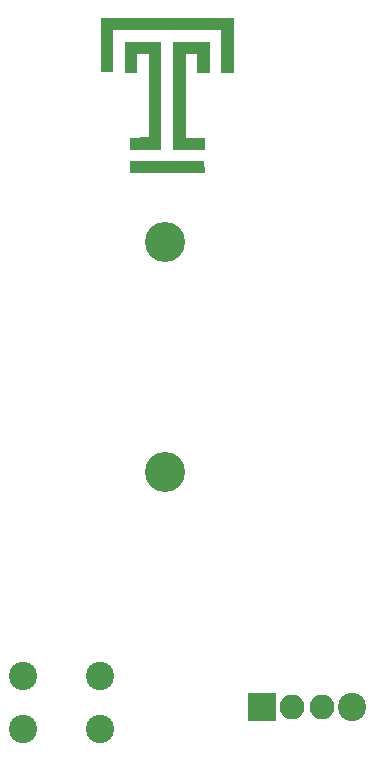
<source format=gbr>
G04 #@! TF.GenerationSoftware,KiCad,Pcbnew,(5.0.0)*
G04 #@! TF.CreationDate,2020-03-01T18:17:59-05:00*
G04 #@! TF.ProjectId,WS2812B Tiny T,575332383132422054696E7920542E6B,rev?*
G04 #@! TF.SameCoordinates,Original*
G04 #@! TF.FileFunction,Soldermask,Bot*
G04 #@! TF.FilePolarity,Negative*
%FSLAX46Y46*%
G04 Gerber Fmt 4.6, Leading zero omitted, Abs format (unit mm)*
G04 Created by KiCad (PCBNEW (5.0.0)) date 03/01/20 18:17:59*
%MOMM*%
%LPD*%
G01*
G04 APERTURE LIST*
%ADD10C,0.010000*%
%ADD11C,3.400000*%
%ADD12C,2.400000*%
%ADD13O,2.100000X2.100000*%
%ADD14R,2.400000X2.400000*%
G04 APERTURE END LIST*
D10*
G04 #@! TO.C,G\002A\002A\002A*
G36*
X122097800Y-82969100D02*
X122097800Y-87439500D01*
X122567049Y-87454097D01*
X123036297Y-87468695D01*
X123049649Y-85676097D01*
X123063000Y-83883500D01*
X132257800Y-83883500D01*
X132284484Y-87515700D01*
X133248400Y-87515700D01*
X133248400Y-82943252D01*
X122097800Y-82969100D01*
X122097800Y-82969100D01*
G37*
X122097800Y-82969100D02*
X122097800Y-87439500D01*
X122567049Y-87454097D01*
X123036297Y-87468695D01*
X123049649Y-85676097D01*
X123063000Y-83883500D01*
X132257800Y-83883500D01*
X132284484Y-87515700D01*
X133248400Y-87515700D01*
X133248400Y-82943252D01*
X122097800Y-82969100D01*
G36*
X124116213Y-86232999D02*
X124129800Y-87490300D01*
X125044200Y-87490300D01*
X125058224Y-86715600D01*
X125072247Y-85940900D01*
X126136400Y-85940900D01*
X126136400Y-93050320D01*
X124536200Y-93078300D01*
X124506988Y-94018100D01*
X127101600Y-94018100D01*
X127101600Y-84975700D01*
X125602113Y-84975699D01*
X124102626Y-84975699D01*
X124116213Y-86232999D01*
X124116213Y-86232999D01*
G37*
X124116213Y-86232999D02*
X124129800Y-87490300D01*
X125044200Y-87490300D01*
X125058224Y-86715600D01*
X125072247Y-85940900D01*
X126136400Y-85940900D01*
X126136400Y-93050320D01*
X124536200Y-93078300D01*
X124506988Y-94018100D01*
X127101600Y-94018100D01*
X127101600Y-84975700D01*
X125602113Y-84975699D01*
X124102626Y-84975699D01*
X124116213Y-86232999D01*
G36*
X128218050Y-85001100D02*
X128218084Y-94021682D01*
X129493495Y-94032591D01*
X129842096Y-94034601D01*
X130155188Y-94034545D01*
X130419051Y-94032578D01*
X130619967Y-94028855D01*
X130744217Y-94023530D01*
X130779262Y-94018100D01*
X130783076Y-93959211D01*
X130784476Y-93823361D01*
X130783320Y-93635161D01*
X130781985Y-93543310D01*
X130774353Y-93093920D01*
X129979377Y-93101045D01*
X129184400Y-93108170D01*
X129184400Y-85940900D01*
X130251200Y-85940900D01*
X130251200Y-87515700D01*
X131216400Y-87515700D01*
X131216400Y-84974188D01*
X128218050Y-85001100D01*
X128218050Y-85001100D01*
G37*
X128218050Y-85001100D02*
X128218084Y-94021682D01*
X129493495Y-94032591D01*
X129842096Y-94034601D01*
X130155188Y-94034545D01*
X130419051Y-94032578D01*
X130619967Y-94028855D01*
X130744217Y-94023530D01*
X130779262Y-94018100D01*
X130783076Y-93959211D01*
X130784476Y-93823361D01*
X130783320Y-93635161D01*
X130781985Y-93543310D01*
X130774353Y-93093920D01*
X129979377Y-93101045D01*
X129184400Y-93108170D01*
X129184400Y-85940900D01*
X130251200Y-85940900D01*
X130251200Y-87515700D01*
X131216400Y-87515700D01*
X131216400Y-84974188D01*
X128218050Y-85001100D01*
G36*
X124510800Y-95999300D02*
X130823294Y-95999300D01*
X130791806Y-95808800D01*
X130772761Y-95640305D01*
X130761249Y-95436158D01*
X130759760Y-95351600D01*
X130759200Y-95084900D01*
X124510800Y-95084900D01*
X124510800Y-95999300D01*
X124510800Y-95999300D01*
G37*
X124510800Y-95999300D02*
X130823294Y-95999300D01*
X130791806Y-95808800D01*
X130772761Y-95640305D01*
X130761249Y-95436158D01*
X130759760Y-95351600D01*
X130759200Y-95084900D01*
X124510800Y-95084900D01*
X124510800Y-95999300D01*
G04 #@! TD*
D11*
G04 #@! TO.C,J1*
X127512000Y-121412000D03*
X127512000Y-101912000D03*
G04 #@! TD*
D12*
G04 #@! TO.C,SW1*
X122000000Y-138622000D03*
X122000000Y-143122000D03*
X115500000Y-138622000D03*
X115500000Y-143122000D03*
G04 #@! TD*
G04 #@! TO.C,SW2*
X143370000Y-141250000D03*
D13*
X140830000Y-141250000D03*
X138290000Y-141250000D03*
D14*
X135750000Y-141250000D03*
G04 #@! TD*
M02*

</source>
